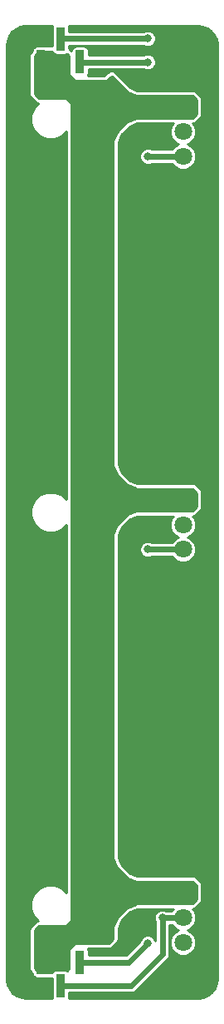
<source format=gtl>
G04 #@! TF.GenerationSoftware,KiCad,Pcbnew,(5.0.2)-1*
G04 #@! TF.CreationDate,2019-10-12T15:34:41+09:00*
G04 #@! TF.ProjectId,relay,72656c61-792e-46b6-9963-61645f706362,rev?*
G04 #@! TF.SameCoordinates,Original*
G04 #@! TF.FileFunction,Copper,L1,Top*
G04 #@! TF.FilePolarity,Positive*
%FSLAX46Y46*%
G04 Gerber Fmt 4.6, Leading zero omitted, Abs format (unit mm)*
G04 Created by KiCad (PCBNEW (5.0.2)-1) date 2019/10/12 15:34:41*
%MOMM*%
%LPD*%
G01*
G04 APERTURE LIST*
G04 #@! TA.AperFunction,SMDPad,CuDef*
%ADD10R,0.850000X2.350000*%
G04 #@! TD*
G04 #@! TA.AperFunction,ComponentPad*
%ADD11R,1.800000X1.800000*%
G04 #@! TD*
G04 #@! TA.AperFunction,ComponentPad*
%ADD12C,1.800000*%
G04 #@! TD*
G04 #@! TA.AperFunction,ViaPad*
%ADD13C,0.800000*%
G04 #@! TD*
G04 #@! TA.AperFunction,Conductor*
%ADD14C,0.600000*%
G04 #@! TD*
G04 #@! TA.AperFunction,Conductor*
%ADD15C,0.254000*%
G04 #@! TD*
G04 APERTURE END LIST*
D10*
G04 #@! TO.P,J5,1*
G04 #@! TO.N,GND*
X142000000Y-143175000D03*
G04 #@! TO.P,J5,3*
G04 #@! TO.N,/CANH*
X146000000Y-143175000D03*
G04 #@! TO.P,J5,2*
G04 #@! TO.N,VCC*
X144000000Y-140825000D03*
G04 #@! TO.P,J5,4*
G04 #@! TO.N,/CANL*
X148000000Y-140825000D03*
G04 #@! TD*
G04 #@! TO.P,J4,2*
G04 #@! TO.N,VCC*
X144000000Y-49175000D03*
G04 #@! TO.P,J4,4*
G04 #@! TO.N,/CANL*
X148000000Y-49175000D03*
G04 #@! TO.P,J4,1*
G04 #@! TO.N,GND*
X142000000Y-46825000D03*
G04 #@! TO.P,J4,3*
G04 #@! TO.N,/CANH*
X146000000Y-46825000D03*
G04 #@! TD*
D11*
G04 #@! TO.P,J1,1*
G04 #@! TO.N,GND*
X158500000Y-91300000D03*
D12*
G04 #@! TO.P,J1,2*
G04 #@! TO.N,VCC*
X158500000Y-93800000D03*
G04 #@! TO.P,J1,3*
G04 #@! TO.N,/CANH*
X158500000Y-96300000D03*
G04 #@! TO.P,J1,4*
G04 #@! TO.N,/CANL*
X158500000Y-98800000D03*
G04 #@! TD*
G04 #@! TO.P,J2,4*
G04 #@! TO.N,/CANL*
X158500000Y-58800000D03*
G04 #@! TO.P,J2,3*
G04 #@! TO.N,/CANH*
X158500000Y-56300000D03*
G04 #@! TO.P,J2,2*
G04 #@! TO.N,VCC*
X158500000Y-53800000D03*
D11*
G04 #@! TO.P,J2,1*
G04 #@! TO.N,GND*
X158500000Y-51300000D03*
G04 #@! TD*
G04 #@! TO.P,J3,1*
G04 #@! TO.N,GND*
X158500000Y-131300000D03*
D12*
G04 #@! TO.P,J3,2*
G04 #@! TO.N,VCC*
X158500000Y-133800000D03*
G04 #@! TO.P,J3,3*
G04 #@! TO.N,/CANH*
X158500000Y-136300000D03*
G04 #@! TO.P,J3,4*
G04 #@! TO.N,/CANL*
X158500000Y-138800000D03*
G04 #@! TD*
D13*
G04 #@! TO.N,GND*
X142500000Y-140000000D03*
X142500000Y-137500000D03*
X142500000Y-135000000D03*
X142500000Y-132500000D03*
X142500000Y-130000000D03*
X142500000Y-127500000D03*
X145000000Y-130000000D03*
X145000000Y-127500000D03*
X145000000Y-125000000D03*
X142500000Y-125000000D03*
X142500000Y-122500000D03*
X145000000Y-122500000D03*
X145000000Y-120000000D03*
X142500000Y-120000000D03*
X142500000Y-117500000D03*
X145000000Y-117500000D03*
X145000000Y-115000000D03*
X142500000Y-115000000D03*
X142500000Y-112500000D03*
X145000000Y-112500000D03*
X145000000Y-110000000D03*
X142500000Y-110000000D03*
X142500000Y-107500000D03*
X145000000Y-107500000D03*
X145000000Y-105000000D03*
X142500000Y-105000000D03*
X142500000Y-102500000D03*
X145000000Y-102500000D03*
X145000000Y-100000000D03*
X142500000Y-100000000D03*
X142500000Y-97500000D03*
X145000000Y-97500000D03*
X145000000Y-132500000D03*
X145000000Y-70000000D03*
X145000000Y-75000000D03*
X145000000Y-62500000D03*
X145000000Y-82500000D03*
X142500000Y-80000000D03*
X145000000Y-60000000D03*
X142500000Y-75000000D03*
X142500000Y-72500000D03*
X145000000Y-72500000D03*
X142500000Y-85000000D03*
X145000000Y-87500000D03*
X145000000Y-80000000D03*
X145000000Y-85000000D03*
X145000000Y-77500000D03*
X145000000Y-65000000D03*
X142500000Y-62500000D03*
X142500000Y-77500000D03*
X142500000Y-90000000D03*
X142500000Y-82500000D03*
X142500000Y-87500000D03*
X145000000Y-67500000D03*
X142500000Y-70000000D03*
X142500000Y-65000000D03*
X145000000Y-90000000D03*
X142500000Y-67500000D03*
X142500000Y-92500000D03*
X142500000Y-60000000D03*
X145000000Y-57500000D03*
X145000000Y-92500000D03*
X142500000Y-57500000D03*
X152500000Y-87500000D03*
X152500000Y-65000000D03*
X152500000Y-62500000D03*
X152500000Y-75000000D03*
X152500000Y-70000000D03*
X152500000Y-82500000D03*
X152500000Y-67500000D03*
X152500000Y-85000000D03*
X152500000Y-72500000D03*
X152500000Y-77500000D03*
X152500000Y-80000000D03*
X152500000Y-60000000D03*
X152500000Y-57500000D03*
X152500000Y-90000000D03*
X152500000Y-110000000D03*
X152500000Y-107500000D03*
X152500000Y-105000000D03*
X152500000Y-102500000D03*
X152500000Y-122500000D03*
X152500000Y-112500000D03*
X152500000Y-125000000D03*
X152500000Y-117500000D03*
X152500000Y-127500000D03*
X152500000Y-115000000D03*
X152500000Y-120000000D03*
X152500000Y-130000000D03*
X152500000Y-100000000D03*
X152500000Y-97500000D03*
X152500000Y-137500000D03*
X157500000Y-47500000D03*
X157500000Y-62500000D03*
X157500000Y-65000000D03*
X157500000Y-67500000D03*
X157500000Y-70000000D03*
X157500000Y-72500000D03*
X157500000Y-75000000D03*
X157500000Y-77500000D03*
X157500000Y-80000000D03*
X157500000Y-82500000D03*
X157500000Y-85000000D03*
X157500000Y-87500000D03*
X157500000Y-102500000D03*
X157500000Y-105000000D03*
X157500000Y-107500000D03*
X157500000Y-110000000D03*
X157500000Y-112500000D03*
X157500000Y-115000000D03*
X157500000Y-117500000D03*
X157500000Y-120000000D03*
X157500000Y-122500000D03*
X157500000Y-125000000D03*
X157500000Y-127500000D03*
G04 #@! TO.N,/CANH*
X156400000Y-136300000D03*
X154900000Y-46800000D03*
G04 #@! TO.N,/CANL*
X154900000Y-138900000D03*
X154900000Y-49200000D03*
X154900000Y-98800000D03*
X154900000Y-58800000D03*
G04 #@! TD*
D14*
G04 #@! TO.N,/CANH*
X146000000Y-143175000D02*
X153225000Y-143175000D01*
X153225000Y-143175000D02*
X156400000Y-140000000D01*
X156400000Y-140000000D02*
X156400000Y-136300000D01*
X156400000Y-136300000D02*
X158500000Y-136300000D01*
X146025000Y-46800000D02*
X146000000Y-46825000D01*
X154900000Y-46800000D02*
X146025000Y-46800000D01*
G04 #@! TO.N,/CANL*
X148000000Y-140825000D02*
X152975000Y-140825000D01*
X152975000Y-140825000D02*
X154900000Y-138900000D01*
X148025000Y-49200000D02*
X148000000Y-49175000D01*
X154900000Y-49200000D02*
X148025000Y-49200000D01*
X158500000Y-98800000D02*
X154900000Y-98800000D01*
X158500000Y-58800000D02*
X154900000Y-58800000D01*
G04 #@! TD*
D15*
G04 #@! TO.N,VCC*
G36*
X145172775Y-48166607D02*
X145267150Y-48307850D01*
X145408393Y-48402225D01*
X145575000Y-48435365D01*
X146425000Y-48435365D01*
X146591607Y-48402225D01*
X146670143Y-48349749D01*
X146873000Y-48552606D01*
X146873000Y-50500000D01*
X146882667Y-50548601D01*
X146910197Y-50589803D01*
X147410197Y-51089803D01*
X147451399Y-51117333D01*
X147500000Y-51127000D01*
X150625000Y-51127000D01*
X150673601Y-51117333D01*
X150714803Y-51089803D01*
X151071941Y-50732665D01*
X151235366Y-50664972D01*
X152806644Y-52236250D01*
X152847846Y-52263780D01*
X153701399Y-52617333D01*
X153750000Y-52627000D01*
X157557946Y-52627000D01*
X157600000Y-52635365D01*
X159400000Y-52635365D01*
X159442054Y-52627000D01*
X159447394Y-52627000D01*
X159873000Y-53052606D01*
X159873000Y-54447394D01*
X159447394Y-54873000D01*
X153750000Y-54873000D01*
X153701399Y-54882667D01*
X152847846Y-55236220D01*
X152806644Y-55263750D01*
X151763750Y-56306644D01*
X151736220Y-56347846D01*
X151382667Y-57201399D01*
X151373000Y-57250000D01*
X151373000Y-90250000D01*
X151382667Y-90298601D01*
X151736220Y-91152154D01*
X151763750Y-91193356D01*
X152806644Y-92236250D01*
X152847846Y-92263780D01*
X153701399Y-92617333D01*
X153750000Y-92627000D01*
X157557946Y-92627000D01*
X157600000Y-92635365D01*
X159400000Y-92635365D01*
X159442054Y-92627000D01*
X159447394Y-92627000D01*
X159873000Y-93052606D01*
X159873000Y-94447394D01*
X159447394Y-94873000D01*
X153750000Y-94873000D01*
X153701399Y-94882667D01*
X152847846Y-95236220D01*
X152806644Y-95263750D01*
X151763750Y-96306644D01*
X151736220Y-96347846D01*
X151382667Y-97201399D01*
X151373000Y-97250000D01*
X151373000Y-130250000D01*
X151382667Y-130298601D01*
X151736220Y-131152154D01*
X151763750Y-131193356D01*
X152806644Y-132236250D01*
X152848281Y-132263959D01*
X153701820Y-132613808D01*
X153750927Y-132623293D01*
X157424203Y-132596084D01*
X157433393Y-132602225D01*
X157600000Y-132635365D01*
X159400000Y-132635365D01*
X159485598Y-132618339D01*
X159873000Y-133002881D01*
X159873000Y-134397670D01*
X159446745Y-134827095D01*
X153749045Y-134869299D01*
X153700951Y-134879144D01*
X152847412Y-135236401D01*
X152806644Y-135263750D01*
X151763750Y-136306644D01*
X151736220Y-136347846D01*
X151382667Y-137201399D01*
X151373000Y-137250000D01*
X151373000Y-138447394D01*
X150947394Y-138873000D01*
X147500000Y-138873000D01*
X147451399Y-138882667D01*
X147410197Y-138910197D01*
X146910197Y-139410197D01*
X146882667Y-139451399D01*
X146873000Y-139500000D01*
X146873000Y-141447394D01*
X146670143Y-141650251D01*
X146591607Y-141597775D01*
X146425000Y-141564635D01*
X145575000Y-141564635D01*
X145408393Y-141597775D01*
X145267150Y-141692150D01*
X145172775Y-141833393D01*
X145164897Y-141873000D01*
X143802606Y-141873000D01*
X143377000Y-141447394D01*
X143377000Y-137552606D01*
X143802606Y-137127000D01*
X146500000Y-137127000D01*
X146548601Y-137117333D01*
X146589803Y-137089803D01*
X147089803Y-136589803D01*
X147117333Y-136548601D01*
X147127000Y-136500000D01*
X147127000Y-53500000D01*
X147117333Y-53451399D01*
X147089803Y-53410197D01*
X146589803Y-52910197D01*
X146548601Y-52882667D01*
X146500000Y-52873000D01*
X143802606Y-52873000D01*
X143377000Y-52447394D01*
X143377000Y-48552606D01*
X143802606Y-48127000D01*
X145164897Y-48127000D01*
X145172775Y-48166607D01*
X145172775Y-48166607D01*
G37*
X145172775Y-48166607D02*
X145267150Y-48307850D01*
X145408393Y-48402225D01*
X145575000Y-48435365D01*
X146425000Y-48435365D01*
X146591607Y-48402225D01*
X146670143Y-48349749D01*
X146873000Y-48552606D01*
X146873000Y-50500000D01*
X146882667Y-50548601D01*
X146910197Y-50589803D01*
X147410197Y-51089803D01*
X147451399Y-51117333D01*
X147500000Y-51127000D01*
X150625000Y-51127000D01*
X150673601Y-51117333D01*
X150714803Y-51089803D01*
X151071941Y-50732665D01*
X151235366Y-50664972D01*
X152806644Y-52236250D01*
X152847846Y-52263780D01*
X153701399Y-52617333D01*
X153750000Y-52627000D01*
X157557946Y-52627000D01*
X157600000Y-52635365D01*
X159400000Y-52635365D01*
X159442054Y-52627000D01*
X159447394Y-52627000D01*
X159873000Y-53052606D01*
X159873000Y-54447394D01*
X159447394Y-54873000D01*
X153750000Y-54873000D01*
X153701399Y-54882667D01*
X152847846Y-55236220D01*
X152806644Y-55263750D01*
X151763750Y-56306644D01*
X151736220Y-56347846D01*
X151382667Y-57201399D01*
X151373000Y-57250000D01*
X151373000Y-90250000D01*
X151382667Y-90298601D01*
X151736220Y-91152154D01*
X151763750Y-91193356D01*
X152806644Y-92236250D01*
X152847846Y-92263780D01*
X153701399Y-92617333D01*
X153750000Y-92627000D01*
X157557946Y-92627000D01*
X157600000Y-92635365D01*
X159400000Y-92635365D01*
X159442054Y-92627000D01*
X159447394Y-92627000D01*
X159873000Y-93052606D01*
X159873000Y-94447394D01*
X159447394Y-94873000D01*
X153750000Y-94873000D01*
X153701399Y-94882667D01*
X152847846Y-95236220D01*
X152806644Y-95263750D01*
X151763750Y-96306644D01*
X151736220Y-96347846D01*
X151382667Y-97201399D01*
X151373000Y-97250000D01*
X151373000Y-130250000D01*
X151382667Y-130298601D01*
X151736220Y-131152154D01*
X151763750Y-131193356D01*
X152806644Y-132236250D01*
X152848281Y-132263959D01*
X153701820Y-132613808D01*
X153750927Y-132623293D01*
X157424203Y-132596084D01*
X157433393Y-132602225D01*
X157600000Y-132635365D01*
X159400000Y-132635365D01*
X159485598Y-132618339D01*
X159873000Y-133002881D01*
X159873000Y-134397670D01*
X159446745Y-134827095D01*
X153749045Y-134869299D01*
X153700951Y-134879144D01*
X152847412Y-135236401D01*
X152806644Y-135263750D01*
X151763750Y-136306644D01*
X151736220Y-136347846D01*
X151382667Y-137201399D01*
X151373000Y-137250000D01*
X151373000Y-138447394D01*
X150947394Y-138873000D01*
X147500000Y-138873000D01*
X147451399Y-138882667D01*
X147410197Y-138910197D01*
X146910197Y-139410197D01*
X146882667Y-139451399D01*
X146873000Y-139500000D01*
X146873000Y-141447394D01*
X146670143Y-141650251D01*
X146591607Y-141597775D01*
X146425000Y-141564635D01*
X145575000Y-141564635D01*
X145408393Y-141597775D01*
X145267150Y-141692150D01*
X145172775Y-141833393D01*
X145164897Y-141873000D01*
X143802606Y-141873000D01*
X143377000Y-141447394D01*
X143377000Y-137552606D01*
X143802606Y-137127000D01*
X146500000Y-137127000D01*
X146548601Y-137117333D01*
X146589803Y-137089803D01*
X147089803Y-136589803D01*
X147117333Y-136548601D01*
X147127000Y-136500000D01*
X147127000Y-53500000D01*
X147117333Y-53451399D01*
X147089803Y-53410197D01*
X146589803Y-52910197D01*
X146548601Y-52882667D01*
X146500000Y-52873000D01*
X143802606Y-52873000D01*
X143377000Y-52447394D01*
X143377000Y-48552606D01*
X143802606Y-48127000D01*
X145164897Y-48127000D01*
X145172775Y-48166607D01*
G04 #@! TO.N,GND*
G36*
X160495891Y-45568636D02*
X160960621Y-45752635D01*
X161364992Y-46046427D01*
X161683599Y-46431556D01*
X161896416Y-46883818D01*
X161994556Y-47398282D01*
X161998000Y-47507875D01*
X161998001Y-142468406D01*
X161931364Y-142995890D01*
X161747364Y-143460622D01*
X161453571Y-143864994D01*
X161068442Y-144183600D01*
X160616183Y-144396416D01*
X160101718Y-144494556D01*
X159992124Y-144498000D01*
X146830926Y-144498000D01*
X146860365Y-144350000D01*
X146860365Y-143902000D01*
X153153405Y-143902000D01*
X153225000Y-143916241D01*
X153296595Y-143902000D01*
X153296599Y-143902000D01*
X153508661Y-143859818D01*
X153749137Y-143699137D01*
X153789696Y-143638436D01*
X156863441Y-140564692D01*
X156924136Y-140524137D01*
X156964692Y-140463441D01*
X156964694Y-140463439D01*
X157084818Y-140283661D01*
X157121748Y-140098000D01*
X157127000Y-140071599D01*
X157127000Y-140071596D01*
X157141241Y-140000001D01*
X157127000Y-139928406D01*
X157127000Y-137027000D01*
X157364799Y-137027000D01*
X157375024Y-137051685D01*
X157748315Y-137424976D01*
X158050149Y-137550000D01*
X157748315Y-137675024D01*
X157375024Y-138048315D01*
X157173000Y-138536043D01*
X157173000Y-139063957D01*
X157375024Y-139551685D01*
X157748315Y-139924976D01*
X158236043Y-140127000D01*
X158763957Y-140127000D01*
X159251685Y-139924976D01*
X159624976Y-139551685D01*
X159827000Y-139063957D01*
X159827000Y-138536043D01*
X159624976Y-138048315D01*
X159251685Y-137675024D01*
X158949851Y-137550000D01*
X159251685Y-137424976D01*
X159624976Y-137051685D01*
X159827000Y-136563957D01*
X159827000Y-136036043D01*
X159624976Y-135548315D01*
X159457690Y-135381029D01*
X159503177Y-135380692D01*
X159664880Y-135347593D01*
X159803065Y-135254518D01*
X160303051Y-134750814D01*
X160394497Y-134613406D01*
X160427000Y-134450000D01*
X160427000Y-132950000D01*
X160393889Y-132785134D01*
X160300814Y-132646949D01*
X159800828Y-132150653D01*
X159660493Y-132058008D01*
X159496851Y-132026716D01*
X153832579Y-132068673D01*
X153137743Y-131783873D01*
X152215546Y-130861676D01*
X151927000Y-130165063D01*
X151927000Y-97334937D01*
X152215546Y-96638324D01*
X153138324Y-95715546D01*
X153834937Y-95427000D01*
X157496339Y-95427000D01*
X157375024Y-95548315D01*
X157173000Y-96036043D01*
X157173000Y-96563957D01*
X157375024Y-97051685D01*
X157748315Y-97424976D01*
X158050149Y-97550000D01*
X157748315Y-97675024D01*
X157375024Y-98048315D01*
X157364799Y-98073000D01*
X155305923Y-98073000D01*
X155064501Y-97973000D01*
X154735499Y-97973000D01*
X154431542Y-98098903D01*
X154198903Y-98331542D01*
X154073000Y-98635499D01*
X154073000Y-98964501D01*
X154198903Y-99268458D01*
X154431542Y-99501097D01*
X154735499Y-99627000D01*
X155064501Y-99627000D01*
X155305923Y-99527000D01*
X157364799Y-99527000D01*
X157375024Y-99551685D01*
X157748315Y-99924976D01*
X158236043Y-100127000D01*
X158763957Y-100127000D01*
X159251685Y-99924976D01*
X159624976Y-99551685D01*
X159827000Y-99063957D01*
X159827000Y-98536043D01*
X159624976Y-98048315D01*
X159251685Y-97675024D01*
X158949851Y-97550000D01*
X159251685Y-97424976D01*
X159624976Y-97051685D01*
X159827000Y-96563957D01*
X159827000Y-96036043D01*
X159624976Y-95548315D01*
X159503054Y-95426393D01*
X159663406Y-95394497D01*
X159801935Y-95301935D01*
X160301935Y-94801935D01*
X160394497Y-94663406D01*
X160427000Y-94500000D01*
X160427000Y-93000000D01*
X160394497Y-92836594D01*
X160301935Y-92698065D01*
X159801935Y-92198065D01*
X159663406Y-92105503D01*
X159500000Y-92073000D01*
X153834937Y-92073000D01*
X153138324Y-91784454D01*
X152215546Y-90861676D01*
X151927000Y-90165063D01*
X151927000Y-57334937D01*
X152215546Y-56638324D01*
X153138324Y-55715546D01*
X153834937Y-55427000D01*
X157496339Y-55427000D01*
X157375024Y-55548315D01*
X157173000Y-56036043D01*
X157173000Y-56563957D01*
X157375024Y-57051685D01*
X157748315Y-57424976D01*
X158050149Y-57550000D01*
X157748315Y-57675024D01*
X157375024Y-58048315D01*
X157364799Y-58073000D01*
X155305923Y-58073000D01*
X155064501Y-57973000D01*
X154735499Y-57973000D01*
X154431542Y-58098903D01*
X154198903Y-58331542D01*
X154073000Y-58635499D01*
X154073000Y-58964501D01*
X154198903Y-59268458D01*
X154431542Y-59501097D01*
X154735499Y-59627000D01*
X155064501Y-59627000D01*
X155305923Y-59527000D01*
X157364799Y-59527000D01*
X157375024Y-59551685D01*
X157748315Y-59924976D01*
X158236043Y-60127000D01*
X158763957Y-60127000D01*
X159251685Y-59924976D01*
X159624976Y-59551685D01*
X159827000Y-59063957D01*
X159827000Y-58536043D01*
X159624976Y-58048315D01*
X159251685Y-57675024D01*
X158949851Y-57550000D01*
X159251685Y-57424976D01*
X159624976Y-57051685D01*
X159827000Y-56563957D01*
X159827000Y-56036043D01*
X159624976Y-55548315D01*
X159503054Y-55426393D01*
X159663406Y-55394497D01*
X159801935Y-55301935D01*
X160301935Y-54801935D01*
X160394497Y-54663406D01*
X160427000Y-54500000D01*
X160427000Y-53000000D01*
X160394497Y-52836594D01*
X160301935Y-52698065D01*
X159801935Y-52198065D01*
X159663406Y-52105503D01*
X159500000Y-52073000D01*
X153834937Y-52073000D01*
X153138324Y-51784454D01*
X151567100Y-50213230D01*
X151428571Y-50120668D01*
X151265165Y-50088165D01*
X151101759Y-50120668D01*
X150836594Y-50230503D01*
X150698065Y-50323065D01*
X150448130Y-50573000D01*
X148789545Y-50573000D01*
X148827225Y-50516607D01*
X148860365Y-50350000D01*
X148860365Y-49927000D01*
X154494077Y-49927000D01*
X154735499Y-50027000D01*
X155064501Y-50027000D01*
X155368458Y-49901097D01*
X155601097Y-49668458D01*
X155727000Y-49364501D01*
X155727000Y-49035499D01*
X155601097Y-48731542D01*
X155368458Y-48498903D01*
X155064501Y-48373000D01*
X154735499Y-48373000D01*
X154494077Y-48473000D01*
X148860365Y-48473000D01*
X148860365Y-48000000D01*
X148827225Y-47833393D01*
X148732850Y-47692150D01*
X148591607Y-47597775D01*
X148425000Y-47564635D01*
X147575000Y-47564635D01*
X147408393Y-47597775D01*
X147267150Y-47692150D01*
X147172775Y-47833393D01*
X147139635Y-48000000D01*
X147139635Y-48035765D01*
X146860365Y-47756495D01*
X146860365Y-47527000D01*
X154494077Y-47527000D01*
X154735499Y-47627000D01*
X155064501Y-47627000D01*
X155368458Y-47501097D01*
X155601097Y-47268458D01*
X155727000Y-46964501D01*
X155727000Y-46635499D01*
X155601097Y-46331542D01*
X155368458Y-46098903D01*
X155064501Y-45973000D01*
X154735499Y-45973000D01*
X154494077Y-46073000D01*
X146860365Y-46073000D01*
X146860365Y-45650000D01*
X146830926Y-45502000D01*
X159968414Y-45502000D01*
X160495891Y-45568636D01*
X160495891Y-45568636D01*
G37*
X160495891Y-45568636D02*
X160960621Y-45752635D01*
X161364992Y-46046427D01*
X161683599Y-46431556D01*
X161896416Y-46883818D01*
X161994556Y-47398282D01*
X161998000Y-47507875D01*
X161998001Y-142468406D01*
X161931364Y-142995890D01*
X161747364Y-143460622D01*
X161453571Y-143864994D01*
X161068442Y-144183600D01*
X160616183Y-144396416D01*
X160101718Y-144494556D01*
X159992124Y-144498000D01*
X146830926Y-144498000D01*
X146860365Y-144350000D01*
X146860365Y-143902000D01*
X153153405Y-143902000D01*
X153225000Y-143916241D01*
X153296595Y-143902000D01*
X153296599Y-143902000D01*
X153508661Y-143859818D01*
X153749137Y-143699137D01*
X153789696Y-143638436D01*
X156863441Y-140564692D01*
X156924136Y-140524137D01*
X156964692Y-140463441D01*
X156964694Y-140463439D01*
X157084818Y-140283661D01*
X157121748Y-140098000D01*
X157127000Y-140071599D01*
X157127000Y-140071596D01*
X157141241Y-140000001D01*
X157127000Y-139928406D01*
X157127000Y-137027000D01*
X157364799Y-137027000D01*
X157375024Y-137051685D01*
X157748315Y-137424976D01*
X158050149Y-137550000D01*
X157748315Y-137675024D01*
X157375024Y-138048315D01*
X157173000Y-138536043D01*
X157173000Y-139063957D01*
X157375024Y-139551685D01*
X157748315Y-139924976D01*
X158236043Y-140127000D01*
X158763957Y-140127000D01*
X159251685Y-139924976D01*
X159624976Y-139551685D01*
X159827000Y-139063957D01*
X159827000Y-138536043D01*
X159624976Y-138048315D01*
X159251685Y-137675024D01*
X158949851Y-137550000D01*
X159251685Y-137424976D01*
X159624976Y-137051685D01*
X159827000Y-136563957D01*
X159827000Y-136036043D01*
X159624976Y-135548315D01*
X159457690Y-135381029D01*
X159503177Y-135380692D01*
X159664880Y-135347593D01*
X159803065Y-135254518D01*
X160303051Y-134750814D01*
X160394497Y-134613406D01*
X160427000Y-134450000D01*
X160427000Y-132950000D01*
X160393889Y-132785134D01*
X160300814Y-132646949D01*
X159800828Y-132150653D01*
X159660493Y-132058008D01*
X159496851Y-132026716D01*
X153832579Y-132068673D01*
X153137743Y-131783873D01*
X152215546Y-130861676D01*
X151927000Y-130165063D01*
X151927000Y-97334937D01*
X152215546Y-96638324D01*
X153138324Y-95715546D01*
X153834937Y-95427000D01*
X157496339Y-95427000D01*
X157375024Y-95548315D01*
X157173000Y-96036043D01*
X157173000Y-96563957D01*
X157375024Y-97051685D01*
X157748315Y-97424976D01*
X158050149Y-97550000D01*
X157748315Y-97675024D01*
X157375024Y-98048315D01*
X157364799Y-98073000D01*
X155305923Y-98073000D01*
X155064501Y-97973000D01*
X154735499Y-97973000D01*
X154431542Y-98098903D01*
X154198903Y-98331542D01*
X154073000Y-98635499D01*
X154073000Y-98964501D01*
X154198903Y-99268458D01*
X154431542Y-99501097D01*
X154735499Y-99627000D01*
X155064501Y-99627000D01*
X155305923Y-99527000D01*
X157364799Y-99527000D01*
X157375024Y-99551685D01*
X157748315Y-99924976D01*
X158236043Y-100127000D01*
X158763957Y-100127000D01*
X159251685Y-99924976D01*
X159624976Y-99551685D01*
X159827000Y-99063957D01*
X159827000Y-98536043D01*
X159624976Y-98048315D01*
X159251685Y-97675024D01*
X158949851Y-97550000D01*
X159251685Y-97424976D01*
X159624976Y-97051685D01*
X159827000Y-96563957D01*
X159827000Y-96036043D01*
X159624976Y-95548315D01*
X159503054Y-95426393D01*
X159663406Y-95394497D01*
X159801935Y-95301935D01*
X160301935Y-94801935D01*
X160394497Y-94663406D01*
X160427000Y-94500000D01*
X160427000Y-93000000D01*
X160394497Y-92836594D01*
X160301935Y-92698065D01*
X159801935Y-92198065D01*
X159663406Y-92105503D01*
X159500000Y-92073000D01*
X153834937Y-92073000D01*
X153138324Y-91784454D01*
X152215546Y-90861676D01*
X151927000Y-90165063D01*
X151927000Y-57334937D01*
X152215546Y-56638324D01*
X153138324Y-55715546D01*
X153834937Y-55427000D01*
X157496339Y-55427000D01*
X157375024Y-55548315D01*
X157173000Y-56036043D01*
X157173000Y-56563957D01*
X157375024Y-57051685D01*
X157748315Y-57424976D01*
X158050149Y-57550000D01*
X157748315Y-57675024D01*
X157375024Y-58048315D01*
X157364799Y-58073000D01*
X155305923Y-58073000D01*
X155064501Y-57973000D01*
X154735499Y-57973000D01*
X154431542Y-58098903D01*
X154198903Y-58331542D01*
X154073000Y-58635499D01*
X154073000Y-58964501D01*
X154198903Y-59268458D01*
X154431542Y-59501097D01*
X154735499Y-59627000D01*
X155064501Y-59627000D01*
X155305923Y-59527000D01*
X157364799Y-59527000D01*
X157375024Y-59551685D01*
X157748315Y-59924976D01*
X158236043Y-60127000D01*
X158763957Y-60127000D01*
X159251685Y-59924976D01*
X159624976Y-59551685D01*
X159827000Y-59063957D01*
X159827000Y-58536043D01*
X159624976Y-58048315D01*
X159251685Y-57675024D01*
X158949851Y-57550000D01*
X159251685Y-57424976D01*
X159624976Y-57051685D01*
X159827000Y-56563957D01*
X159827000Y-56036043D01*
X159624976Y-55548315D01*
X159503054Y-55426393D01*
X159663406Y-55394497D01*
X159801935Y-55301935D01*
X160301935Y-54801935D01*
X160394497Y-54663406D01*
X160427000Y-54500000D01*
X160427000Y-53000000D01*
X160394497Y-52836594D01*
X160301935Y-52698065D01*
X159801935Y-52198065D01*
X159663406Y-52105503D01*
X159500000Y-52073000D01*
X153834937Y-52073000D01*
X153138324Y-51784454D01*
X151567100Y-50213230D01*
X151428571Y-50120668D01*
X151265165Y-50088165D01*
X151101759Y-50120668D01*
X150836594Y-50230503D01*
X150698065Y-50323065D01*
X150448130Y-50573000D01*
X148789545Y-50573000D01*
X148827225Y-50516607D01*
X148860365Y-50350000D01*
X148860365Y-49927000D01*
X154494077Y-49927000D01*
X154735499Y-50027000D01*
X155064501Y-50027000D01*
X155368458Y-49901097D01*
X155601097Y-49668458D01*
X155727000Y-49364501D01*
X155727000Y-49035499D01*
X155601097Y-48731542D01*
X155368458Y-48498903D01*
X155064501Y-48373000D01*
X154735499Y-48373000D01*
X154494077Y-48473000D01*
X148860365Y-48473000D01*
X148860365Y-48000000D01*
X148827225Y-47833393D01*
X148732850Y-47692150D01*
X148591607Y-47597775D01*
X148425000Y-47564635D01*
X147575000Y-47564635D01*
X147408393Y-47597775D01*
X147267150Y-47692150D01*
X147172775Y-47833393D01*
X147139635Y-48000000D01*
X147139635Y-48035765D01*
X146860365Y-47756495D01*
X146860365Y-47527000D01*
X154494077Y-47527000D01*
X154735499Y-47627000D01*
X155064501Y-47627000D01*
X155368458Y-47501097D01*
X155601097Y-47268458D01*
X155727000Y-46964501D01*
X155727000Y-46635499D01*
X155601097Y-46331542D01*
X155368458Y-46098903D01*
X155064501Y-45973000D01*
X154735499Y-45973000D01*
X154494077Y-46073000D01*
X146860365Y-46073000D01*
X146860365Y-45650000D01*
X146830926Y-45502000D01*
X159968414Y-45502000D01*
X160495891Y-45568636D01*
G36*
X145139635Y-45650000D02*
X145139635Y-47573000D01*
X144467054Y-47573000D01*
X144425000Y-47564635D01*
X143575000Y-47564635D01*
X143408393Y-47597775D01*
X143267150Y-47692150D01*
X143172775Y-47833393D01*
X143139635Y-48000000D01*
X143139635Y-48006495D01*
X142948065Y-48198065D01*
X142855503Y-48336594D01*
X142823000Y-48500000D01*
X142823000Y-52500000D01*
X142855503Y-52663406D01*
X142948065Y-52801935D01*
X143448065Y-53301935D01*
X143586594Y-53394497D01*
X143713625Y-53419765D01*
X143281593Y-53851797D01*
X142973000Y-54596805D01*
X142973000Y-55403195D01*
X143281593Y-56148203D01*
X143851797Y-56718407D01*
X144596805Y-57027000D01*
X145403195Y-57027000D01*
X146148203Y-56718407D01*
X146573000Y-56293610D01*
X146573000Y-93706390D01*
X146148203Y-93281593D01*
X145403195Y-92973000D01*
X144596805Y-92973000D01*
X143851797Y-93281593D01*
X143281593Y-93851797D01*
X142973000Y-94596805D01*
X142973000Y-95403195D01*
X143281593Y-96148203D01*
X143851797Y-96718407D01*
X144596805Y-97027000D01*
X145403195Y-97027000D01*
X146148203Y-96718407D01*
X146573000Y-96293610D01*
X146573000Y-133706390D01*
X146148203Y-133281593D01*
X145403195Y-132973000D01*
X144596805Y-132973000D01*
X143851797Y-133281593D01*
X143281593Y-133851797D01*
X142973000Y-134596805D01*
X142973000Y-135403195D01*
X143281593Y-136148203D01*
X143713625Y-136580235D01*
X143586594Y-136605503D01*
X143448065Y-136698065D01*
X142948065Y-137198065D01*
X142855503Y-137336594D01*
X142823000Y-137500000D01*
X142823000Y-141500000D01*
X142855503Y-141663406D01*
X142948065Y-141801935D01*
X143139635Y-141993505D01*
X143139635Y-142000000D01*
X143172775Y-142166607D01*
X143267150Y-142307850D01*
X143408393Y-142402225D01*
X143575000Y-142435365D01*
X144425000Y-142435365D01*
X144467054Y-142427000D01*
X145139635Y-142427000D01*
X145139635Y-144350000D01*
X145169074Y-144498000D01*
X142531586Y-144498000D01*
X142004110Y-144431364D01*
X141539378Y-144247364D01*
X141135006Y-143953571D01*
X140816400Y-143568442D01*
X140603584Y-143116183D01*
X140505444Y-142601718D01*
X140502000Y-142492124D01*
X140502000Y-47531586D01*
X140568636Y-47004109D01*
X140752635Y-46539379D01*
X141046427Y-46135008D01*
X141431556Y-45816401D01*
X141883818Y-45603584D01*
X142398282Y-45505444D01*
X142507875Y-45502000D01*
X145169074Y-45502000D01*
X145139635Y-45650000D01*
X145139635Y-45650000D01*
G37*
X145139635Y-45650000D02*
X145139635Y-47573000D01*
X144467054Y-47573000D01*
X144425000Y-47564635D01*
X143575000Y-47564635D01*
X143408393Y-47597775D01*
X143267150Y-47692150D01*
X143172775Y-47833393D01*
X143139635Y-48000000D01*
X143139635Y-48006495D01*
X142948065Y-48198065D01*
X142855503Y-48336594D01*
X142823000Y-48500000D01*
X142823000Y-52500000D01*
X142855503Y-52663406D01*
X142948065Y-52801935D01*
X143448065Y-53301935D01*
X143586594Y-53394497D01*
X143713625Y-53419765D01*
X143281593Y-53851797D01*
X142973000Y-54596805D01*
X142973000Y-55403195D01*
X143281593Y-56148203D01*
X143851797Y-56718407D01*
X144596805Y-57027000D01*
X145403195Y-57027000D01*
X146148203Y-56718407D01*
X146573000Y-56293610D01*
X146573000Y-93706390D01*
X146148203Y-93281593D01*
X145403195Y-92973000D01*
X144596805Y-92973000D01*
X143851797Y-93281593D01*
X143281593Y-93851797D01*
X142973000Y-94596805D01*
X142973000Y-95403195D01*
X143281593Y-96148203D01*
X143851797Y-96718407D01*
X144596805Y-97027000D01*
X145403195Y-97027000D01*
X146148203Y-96718407D01*
X146573000Y-96293610D01*
X146573000Y-133706390D01*
X146148203Y-133281593D01*
X145403195Y-132973000D01*
X144596805Y-132973000D01*
X143851797Y-133281593D01*
X143281593Y-133851797D01*
X142973000Y-134596805D01*
X142973000Y-135403195D01*
X143281593Y-136148203D01*
X143713625Y-136580235D01*
X143586594Y-136605503D01*
X143448065Y-136698065D01*
X142948065Y-137198065D01*
X142855503Y-137336594D01*
X142823000Y-137500000D01*
X142823000Y-141500000D01*
X142855503Y-141663406D01*
X142948065Y-141801935D01*
X143139635Y-141993505D01*
X143139635Y-142000000D01*
X143172775Y-142166607D01*
X143267150Y-142307850D01*
X143408393Y-142402225D01*
X143575000Y-142435365D01*
X144425000Y-142435365D01*
X144467054Y-142427000D01*
X145139635Y-142427000D01*
X145139635Y-144350000D01*
X145169074Y-144498000D01*
X142531586Y-144498000D01*
X142004110Y-144431364D01*
X141539378Y-144247364D01*
X141135006Y-143953571D01*
X140816400Y-143568442D01*
X140603584Y-143116183D01*
X140505444Y-142601718D01*
X140502000Y-142492124D01*
X140502000Y-47531586D01*
X140568636Y-47004109D01*
X140752635Y-46539379D01*
X141046427Y-46135008D01*
X141431556Y-45816401D01*
X141883818Y-45603584D01*
X142398282Y-45505444D01*
X142507875Y-45502000D01*
X145169074Y-45502000D01*
X145139635Y-45650000D01*
G36*
X157375024Y-135548315D02*
X157364799Y-135573000D01*
X156805923Y-135573000D01*
X156564501Y-135473000D01*
X156235499Y-135473000D01*
X155931542Y-135598903D01*
X155698903Y-135831542D01*
X155573000Y-136135499D01*
X155573000Y-136464501D01*
X155673001Y-136705925D01*
X155673000Y-138605132D01*
X155601097Y-138431542D01*
X155368458Y-138198903D01*
X155064501Y-138073000D01*
X154735499Y-138073000D01*
X154431542Y-138198903D01*
X154198903Y-138431542D01*
X154098903Y-138672965D01*
X152673868Y-140098000D01*
X148860365Y-140098000D01*
X148860365Y-139650000D01*
X148827225Y-139483393D01*
X148789545Y-139427000D01*
X151000000Y-139427000D01*
X151163406Y-139394497D01*
X151301935Y-139301935D01*
X151801935Y-138801935D01*
X151894497Y-138663406D01*
X151927000Y-138500000D01*
X151927000Y-137334937D01*
X152215546Y-136638324D01*
X153138905Y-135714965D01*
X153837262Y-135422661D01*
X157528016Y-135395323D01*
X157375024Y-135548315D01*
X157375024Y-135548315D01*
G37*
X157375024Y-135548315D02*
X157364799Y-135573000D01*
X156805923Y-135573000D01*
X156564501Y-135473000D01*
X156235499Y-135473000D01*
X155931542Y-135598903D01*
X155698903Y-135831542D01*
X155573000Y-136135499D01*
X155573000Y-136464501D01*
X155673001Y-136705925D01*
X155673000Y-138605132D01*
X155601097Y-138431542D01*
X155368458Y-138198903D01*
X155064501Y-138073000D01*
X154735499Y-138073000D01*
X154431542Y-138198903D01*
X154198903Y-138431542D01*
X154098903Y-138672965D01*
X152673868Y-140098000D01*
X148860365Y-140098000D01*
X148860365Y-139650000D01*
X148827225Y-139483393D01*
X148789545Y-139427000D01*
X151000000Y-139427000D01*
X151163406Y-139394497D01*
X151301935Y-139301935D01*
X151801935Y-138801935D01*
X151894497Y-138663406D01*
X151927000Y-138500000D01*
X151927000Y-137334937D01*
X152215546Y-136638324D01*
X153138905Y-135714965D01*
X153837262Y-135422661D01*
X157528016Y-135395323D01*
X157375024Y-135548315D01*
G04 #@! TD*
M02*

</source>
